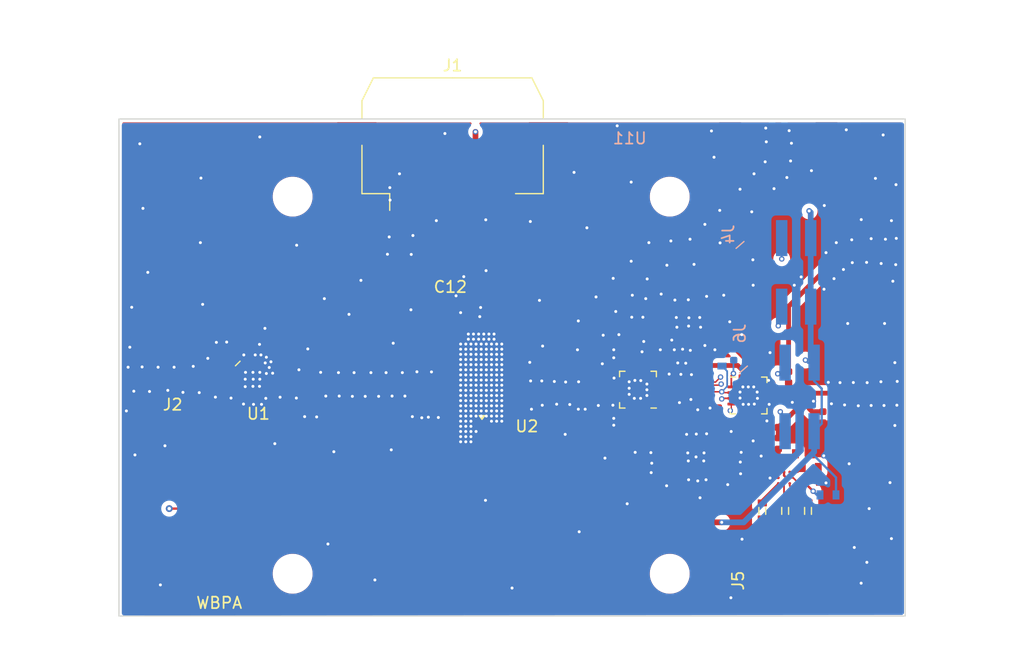
<source format=kicad_pcb>
(kicad_pcb
	(version 20240108)
	(generator "pcbnew")
	(generator_version "8.0")
	(general
		(thickness 2.07)
		(legacy_teardrops no)
	)
	(paper "A4")
	(layers
		(0 "F.Cu" mixed)
		(1 "In1.Cu" signal)
		(2 "In2.Cu" signal)
		(31 "B.Cu" mixed)
		(35 "F.Paste" user)
		(36 "B.SilkS" user "B.Silkscreen")
		(37 "F.SilkS" user "F.Silkscreen")
		(38 "B.Mask" user)
		(39 "F.Mask" user)
		(44 "Edge.Cuts" user)
		(45 "Margin" user)
		(46 "B.CrtYd" user "B.Courtyard")
		(47 "F.CrtYd" user "F.Courtyard")
		(48 "B.Fab" user)
		(49 "F.Fab" user)
	)
	(setup
		(stackup
			(layer "F.SilkS"
				(type "Top Silk Screen")
			)
			(layer "F.Paste"
				(type "Top Solder Paste")
			)
			(layer "F.Mask"
				(type "Top Solder Mask")
				(thickness 0.01)
			)
			(layer "F.Cu"
				(type "copper")
				(thickness 0.035)
			)
			(layer "dielectric 1"
				(type "core")
				(thickness 0.2)
				(material "FR4")
				(epsilon_r 3.61)
				(loss_tangent 0.02)
			)
			(layer "In1.Cu"
				(type "copper")
				(thickness 0.035)
			)
			(layer "dielectric 2"
				(type "prepreg")
				(thickness 1.51)
				(material "FR4")
				(epsilon_r 3.61)
				(loss_tangent 0.02)
			)
			(layer "In2.Cu"
				(type "copper")
				(thickness 0.035)
			)
			(layer "dielectric 3"
				(type "core")
				(thickness 0.2)
				(material "FR4")
				(epsilon_r 3.61)
				(loss_tangent 0.02)
			)
			(layer "B.Cu"
				(type "copper")
				(thickness 0.035)
			)
			(layer "B.Mask"
				(type "Bottom Solder Mask")
				(thickness 0.01)
			)
			(layer "B.SilkS"
				(type "Bottom Silk Screen")
			)
			(copper_finish "None")
			(dielectric_constraints no)
		)
		(pad_to_mask_clearance 0)
		(allow_soldermask_bridges_in_footprints no)
		(aux_axis_origin 75 75)
		(pcbplotparams
			(layerselection 0x00010f0_ffffffff)
			(plot_on_all_layers_selection 0x0000000_00000000)
			(disableapertmacros no)
			(usegerberextensions no)
			(usegerberattributes yes)
			(usegerberadvancedattributes yes)
			(creategerberjobfile yes)
			(dashed_line_dash_ratio 12.000000)
			(dashed_line_gap_ratio 3.000000)
			(svgprecision 6)
			(plotframeref no)
			(viasonmask no)
			(mode 1)
			(useauxorigin no)
			(hpglpennumber 1)
			(hpglpenspeed 20)
			(hpglpendiameter 15.000000)
			(pdf_front_fp_property_popups yes)
			(pdf_back_fp_property_popups yes)
			(dxfpolygonmode yes)
			(dxfimperialunits yes)
			(dxfusepcbnewfont yes)
			(psnegative no)
			(psa4output no)
			(plotreference yes)
			(plotvalue yes)
			(plotfptext yes)
			(plotinvisibletext no)
			(sketchpadsonfab no)
			(subtractmaskfromsilk no)
			(outputformat 1)
			(mirror no)
			(drillshape 0)
			(scaleselection 1)
			(outputdirectory "plot/")
		)
	)
	(net 0 "")
	(net 1 "+9V")
	(net 2 "/Driverbias")
	(net 3 "/r3")
	(net 4 "/r1")
	(net 5 "Net-(C11-Pad1)")
	(net 6 "/PAbias")
	(net 7 "+48V")
	(net 8 "/r2")
	(net 9 "/r4")
	(net 10 "/r5")
	(net 11 "+3V3")
	(net 12 "Net-(C7-Pad1)")
	(net 13 "GND")
	(net 14 "Net-(C15-Pad1)")
	(net 15 "/r7")
	(net 16 "/r10")
	(net 17 "/r11")
	(net 18 "/r12")
	(net 19 "Net-(U6-VCP)")
	(net 20 "/r22")
	(net 21 "/r25")
	(net 22 "unconnected-(U2-NC-Pad5)")
	(net 23 "unconnected-(U2-NC-Pad4)")
	(net 24 "Net-(U4-VCP)")
	(net 25 "/r8")
	(net 26 "Net-(U7-out)")
	(net 27 "/r24")
	(net 28 "/r23")
	(net 29 "/r33")
	(net 30 "/r29")
	(net 31 "/r27")
	(net 32 "/r28")
	(net 33 "/r30")
	(net 34 "/r21")
	(net 35 "/r32")
	(net 36 "/r31")
	(net 37 "Net-(U1-Ven)")
	(net 38 "/U4_V1")
	(net 39 "/U4_V2")
	(net 40 "/r34")
	(net 41 "/U6_V2")
	(net 42 "/U6_V1")
	(net 43 "Net-(U12-EN)")
	(net 44 "Net-(U12-FIL)")
	(net 45 "Net-(J5-Pin_3)")
	(net 46 "Net-(J5-Pin_2)")
	(net 47 "Net-(J5-Pin_1)")
	(net 48 "Net-(U12-CTL)")
	(net 49 "Net-(U12-PEAK)")
	(net 50 "Net-(U12-RMS)")
	(net 51 "/r35")
	(net 52 "/r36")
	(net 53 "/r37")
	(net 54 "/r38")
	(net 55 "/r39")
	(footprint "b_all:C603_NOpaste" (layer "F.Cu") (at 220.1 97.3 180))
	(footprint "b_all:ADL5502ACSZ_detector" (layer "F.Cu") (at 245.4 111.6 -90))
	(footprint "b_all:R402" (layer "F.Cu") (at 245.8 102.8 -90))
	(footprint "b_all:C805" (layer "F.Cu") (at 222.6 95.6 90))
	(footprint "b_all:C603_NOpaste" (layer "F.Cu") (at 214 103.5 180))
	(footprint "b_all:C603_NOpaste" (layer "F.Cu") (at 214.7 105 -90))
	(footprint "b_all:LP1206SMD" (layer "F.Cu") (at 238.425 106.075 90))
	(footprint "b_all:C603" (layer "F.Cu") (at 214.3 97.2 90))
	(footprint "b_all:C402" (layer "F.Cu") (at 245.3 104.2))
	(footprint "b_all:C603" (layer "F.Cu") (at 247.1 109.5 180))
	(footprint "b_all:C603" (layer "F.Cu") (at 220.1 98.4 180))
	(footprint "b_all:C402" (layer "F.Cu") (at 231.4 106.7 180))
	(footprint "b_all:SOT-353_SC-70-5_thermal" (layer "F.Cu") (at 220.05 107.6))
	(footprint "b_all:C603_NOpaste" (layer "F.Cu") (at 247.8 111.9))
	(footprint "b_all:SMA_Edge_062_142_0701" (layer "F.Cu") (at 190.2 103 90))
	(footprint "b_all:R402" (layer "F.Cu") (at 244.9 108.6 90))
	(footprint "b_all:C402" (layer "F.Cu") (at 235.75 104.375))
	(footprint "b_all:QFN-16-1EP_3x3mm_P0.5mm_EP.9x.9mm" (layer "F.Cu") (at 232.62 103.89 180))
	(footprint "b_all:PinSocket_1x04_P2.54mm_Vertical_SMD" (layer "F.Cu") (at 250.6 120.6 90))
	(footprint "b_all:R402" (layer "F.Cu") (at 244.4 107.2))
	(footprint "b_all:R402" (layer "F.Cu") (at 248.8 106.3 90))
	(footprint "b_all:L1008_2520Metric" (layer "F.Cu") (at 222.4 99 -90))
	(footprint "b_all:QFN-16-1EP_3x3mm_P0.5mm_EP1.75x1.75mm" (layer "F.Cu") (at 198.9 103))
	(footprint "b_all:C402" (layer "F.Cu") (at 235.725 106.675))
	(footprint "b_all:C402" (layer "F.Cu") (at 228.5 103.65 90))
	(footprint "b_all:SMA_Edge_062_142_0701" (layer "F.Cu") (at 253 104.2 -90))
	(footprint "b_all:C603" (layer "F.Cu") (at 216.1 96.5))
	(footprint "b_all:C402" (layer "F.Cu") (at 229.78 104.14))
	(footprint "b_all:SMA_Edge_062_142_0701" (layer "F.Cu") (at 244.9 83.2))
	(footprint "b_all:R805" (layer "F.Cu") (at 215.7 99.3 -90))
	(footprint "b_all:C603" (layer "F.Cu") (at 203.4 103.4))
	(footprint "b_all:C603" (layer "F.Cu") (at 203.6 98.25 90))
	(footprint "b_all:C603_NOpaste" (layer "F.Cu") (at 196.2 101 90))
	(footprint "b_all:QFN-16-1EP_3x3mm_P0.5mm_EP.9x.9mm" (layer "F.Cu") (at 242.3 104.4))
	(footprint "b_all:C603" (layer "F.Cu") (at 201.6 102.7 90))
	(footprint "b_all:C603" (layer "F.Cu") (at 200.8 100.3 180))
	(footprint "b_all:R603" (layer "F.Cu") (at 247.5 114.5 90))
	(footprint "b_all:C603_NOpaste" (layer "F.Cu") (at 204.1 104.9 -90))
	(footprint "b_all:SMA_Edge_062_142_0701" (layer "F.Cu") (at 252.993 91.7 -90))
	(footprint "b_all:C603_NOpaste"
		(layer "F.Cu")
		(uuid "8fe908b0-ed3e-4a8d-bc1f-b94c52034dac")
		(at 213.4 105 -90)
		(property "Reference" "C9"
			(at 0 -2.2 90)
			(layer "F.SilkS")
			(hide yes)
			(uuid "ebf96b46-6bd4-40f2-8836-768c2283c1f3")
			(effects
				(font
					(size 1 1)
					(thickness 0.15)
				)
			)
		)
		(property "Value" "C603"
			(at 0 1.9 90)
			(layer "F.Fab")
			(hide yes)
			(uuid "5703eb4c-22da-409c-9a26-5a35b0748a4b")
			(effects
				(font
					(size 1 1)
					(thickness 0.15)
				)
			)
		)
		(property "Footprint" "b_all:C603_NOpaste"
			(at 0 0 -90)
			(unlocked yes)
			(layer "F.Fab")
			(hide yes)
			(uuid "504d99d6-4267-4848-865d-e6b767012c96")
			(effects
				(font
					(size 1.27 1.27)
				)
			)
		)
		(property "Datasheet" ""
			(at 0 0 -90)
			(unlocked yes)
			(layer "F.Fab")
			(hide yes)
			(uuid "b17555aa-39a5-417a-a3ff-84cf43658fab")
			(effects
				(font
					(size 1.27 1.27)
				)
			)
		)
		(property "Description" ""
			(at 0 0 -90)
			(unlocked yes)
			(layer "F.Fab")
			(hide yes)
			(uuid "dd6da3d2-87d8-46fd-b1fc-bddeee7d97da")
			(effects
				(font
					(size 1.27 1.27)
				)
			)
		)
		(property ki_fp_filters "R_*")
		(path "/079248e0-8428-4265-aaf6-02349158e22b")
		(sheetname "Root")
		(sheetfile "wbpa.kicad_sch")
		(attr smd)
		(fp_line
			(start -0.95 0.45)
			(end 0.95 0.45)
			(stroke
				(width 0.08)
				(type solid)
			)
			(layer "F.CrtYd")
			(uuid "6909b593-1b1b-41dc-820e-f2d273011438")
		)
		(fp_line
			(start 0.95 0.45)
			(end 0.95 -0.45)
			(stroke
				(width 0.08)
				(type solid)
			)
			(layer "F.CrtYd")
			(uuid "49a628c9-43b8-4676-a22d-505372702aa2")
		)
		(fp_line
			(start -0.95 -0.45)
			(end -0.95 0.45)
			(stroke
				(width 0.08)
				(type solid)
			)
			(layer "F.CrtYd")
			(uuid "0452f860-815b-464c-9b92-4e83d43c9702")
		)
		(fp_line
			(start 0.95 -0.45)
			(end -0.95 -0.45)
			(stroke
				(width 0.08)
				(type solid)
			)
			(layer "F.CrtYd")
			(uuid "eaba70af-75b0-4b99-a9a3-9d2152736378")
		)
		(fp_line
			(start -0.8 0.4)
			(end 0.8 0.4)
			(stroke
				(width 0.12)
				(type solid)
			)
			(layer "F.Fab")
			(uuid "18d9b64e-9449-4b5b-9354-393dc1b21c1d")
		)
		(fp_line
			(start 0.8 0.4)
			(end 0.8 -0.4)
			(stroke
				(width 0.12)
				(type solid)
			)
			(layer "F.Fab")
			(uuid "e2b54f89-6228-464a-91bf-91c289ddf0d7")
		)
		(fp_line
			(start -0.8 -0.4)
			(end -0.8 0.4)
			(stroke
				(width 0.12)
				(type solid)
			)
			(layer "F.Fab")
			(uuid "6c7fbe3a-2eaf-4c3c-a8cc-b829589bebe3")
		)
		(fp_line
			(start 0.8 -0.4)
			(end -0.8 -0.4)
			(stroke
				(width 0.12)
				(type solid)
			)
			(layer "F.Fab")
			(uuid "f7fa593a-91fc-47da-925c-1ecf77ae64ac")
		)
		(fp_text user "${REFERENCE}"
			(at 0 0 90)
			(layer "F.Fab")
			(uuid "39740173-1c88-4898-8883-555438e5ef8e")
			(effects
				(font
					(size 0.5 0.5)
					(thickness 0.09)
				)
			)
		)
		(pad "1" smd rect
			(at -0.7 0 270)
			(size 0.6 0.8)
			(layers "F.Cu" "F.Mask")
			(net 
... [463562 chars truncated]
</source>
